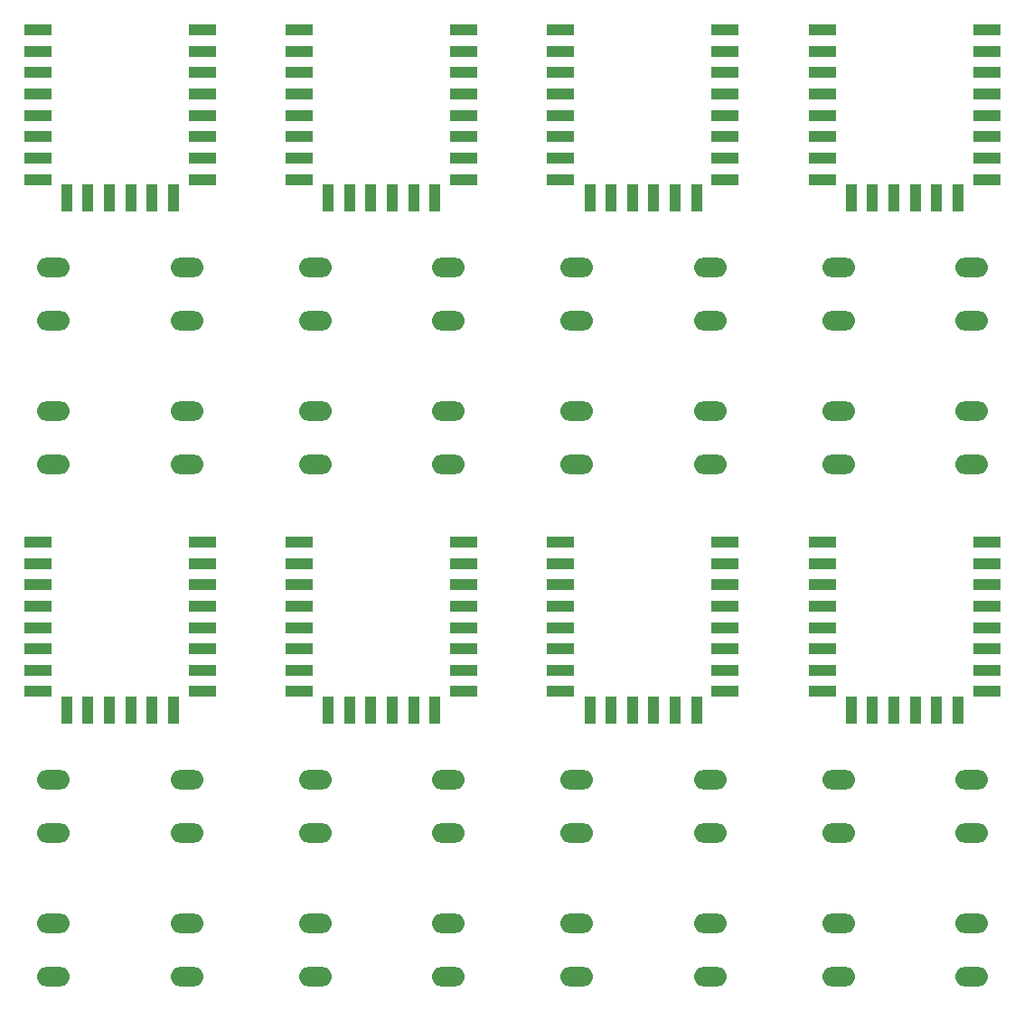
<source format=gbp>
G04 #@! TF.GenerationSoftware,KiCad,Pcbnew,7.0.7*
G04 #@! TF.CreationDate,2024-02-29T14:06:03-05:00*
G04 #@! TF.ProjectId,panelized,70616e65-6c69-47a6-9564-2e6b69636164,rev?*
G04 #@! TF.SameCoordinates,Original*
G04 #@! TF.FileFunction,Paste,Bot*
G04 #@! TF.FilePolarity,Positive*
%FSLAX46Y46*%
G04 Gerber Fmt 4.6, Leading zero omitted, Abs format (unit mm)*
G04 Created by KiCad (PCBNEW 7.0.7) date 2024-02-29 14:06:03*
%MOMM*%
%LPD*%
G01*
G04 APERTURE LIST*
%ADD10O,3.048000X1.850000*%
%ADD11R,2.500000X1.100000*%
%ADD12R,1.100000X2.500000*%
G04 APERTURE END LIST*
D10*
X130200000Y-111900000D03*
X142700000Y-111900000D03*
X130200000Y-106900000D03*
X142700000Y-106900000D03*
X105700000Y-111900000D03*
X118200000Y-111900000D03*
X105700000Y-106900000D03*
X118200000Y-106900000D03*
D11*
X119600000Y-71150000D03*
X119600000Y-73150000D03*
X119600000Y-75150000D03*
X119600000Y-77150000D03*
X119600000Y-79150000D03*
X119600000Y-81150000D03*
X119600000Y-83150000D03*
X119600000Y-85150000D03*
X104200000Y-85150000D03*
X104200000Y-83150000D03*
X104200000Y-81150000D03*
X104200000Y-79150000D03*
X104200000Y-77150000D03*
X104200000Y-75150000D03*
X104200000Y-73150000D03*
X104200000Y-71150000D03*
D12*
X116910000Y-86850000D03*
X114910000Y-86850000D03*
X112910000Y-86850000D03*
X110910000Y-86850000D03*
X108910000Y-86850000D03*
X106910000Y-86850000D03*
D10*
X105700000Y-63900000D03*
X118200000Y-63900000D03*
X105700000Y-58900000D03*
X118200000Y-58900000D03*
D11*
X119600000Y-23150000D03*
X119600000Y-25150000D03*
X119600000Y-27150000D03*
X119600000Y-29150000D03*
X119600000Y-31150000D03*
X119600000Y-33150000D03*
X119600000Y-35150000D03*
X119600000Y-37150000D03*
X104200000Y-37150000D03*
X104200000Y-35150000D03*
X104200000Y-33150000D03*
X104200000Y-31150000D03*
X104200000Y-29150000D03*
X104200000Y-27150000D03*
X104200000Y-25150000D03*
X104200000Y-23150000D03*
D12*
X116910000Y-38850000D03*
X114910000Y-38850000D03*
X112910000Y-38850000D03*
X110910000Y-38850000D03*
X108910000Y-38850000D03*
X106910000Y-38850000D03*
D11*
X168600000Y-23150000D03*
X168600000Y-25150000D03*
X168600000Y-27150000D03*
X168600000Y-29150000D03*
X168600000Y-31150000D03*
X168600000Y-33150000D03*
X168600000Y-35150000D03*
X168600000Y-37150000D03*
X153200000Y-37150000D03*
X153200000Y-35150000D03*
X153200000Y-33150000D03*
X153200000Y-31150000D03*
X153200000Y-29150000D03*
X153200000Y-27150000D03*
X153200000Y-25150000D03*
X153200000Y-23150000D03*
D12*
X165910000Y-38850000D03*
X163910000Y-38850000D03*
X161910000Y-38850000D03*
X159910000Y-38850000D03*
X157910000Y-38850000D03*
X155910000Y-38850000D03*
D10*
X154700000Y-50400000D03*
X167200000Y-50400000D03*
X154700000Y-45400000D03*
X167200000Y-45400000D03*
X179200000Y-98400000D03*
X191700000Y-98400000D03*
X179200000Y-93400000D03*
X191700000Y-93400000D03*
D11*
X193100000Y-23150000D03*
X193100000Y-25150000D03*
X193100000Y-27150000D03*
X193100000Y-29150000D03*
X193100000Y-31150000D03*
X193100000Y-33150000D03*
X193100000Y-35150000D03*
X193100000Y-37150000D03*
X177700000Y-37150000D03*
X177700000Y-35150000D03*
X177700000Y-33150000D03*
X177700000Y-31150000D03*
X177700000Y-29150000D03*
X177700000Y-27150000D03*
X177700000Y-25150000D03*
X177700000Y-23150000D03*
D12*
X190410000Y-38850000D03*
X188410000Y-38850000D03*
X186410000Y-38850000D03*
X184410000Y-38850000D03*
X182410000Y-38850000D03*
X180410000Y-38850000D03*
D10*
X130200000Y-63900000D03*
X142700000Y-63900000D03*
X130200000Y-58900000D03*
X142700000Y-58900000D03*
X105700000Y-50400000D03*
X118200000Y-50400000D03*
X105700000Y-45400000D03*
X118200000Y-45400000D03*
X130200000Y-50400000D03*
X142700000Y-50400000D03*
X130200000Y-45400000D03*
X142700000Y-45400000D03*
X179200000Y-50400000D03*
X191700000Y-50400000D03*
X179200000Y-45400000D03*
X191700000Y-45400000D03*
X154700000Y-111900000D03*
X167200000Y-111900000D03*
X154700000Y-106900000D03*
X167200000Y-106900000D03*
X154700000Y-98400000D03*
X167200000Y-98400000D03*
X154700000Y-93400000D03*
X167200000Y-93400000D03*
X154700000Y-63900000D03*
X167200000Y-63900000D03*
X154700000Y-58900000D03*
X167200000Y-58900000D03*
X179200000Y-111900000D03*
X191700000Y-111900000D03*
X179200000Y-106900000D03*
X191700000Y-106900000D03*
X105700000Y-98400000D03*
X118200000Y-98400000D03*
X105700000Y-93400000D03*
X118200000Y-93400000D03*
X130200000Y-98400000D03*
X142700000Y-98400000D03*
X130200000Y-93400000D03*
X142700000Y-93400000D03*
D11*
X144100000Y-23150000D03*
X144100000Y-25150000D03*
X144100000Y-27150000D03*
X144100000Y-29150000D03*
X144100000Y-31150000D03*
X144100000Y-33150000D03*
X144100000Y-35150000D03*
X144100000Y-37150000D03*
X128700000Y-37150000D03*
X128700000Y-35150000D03*
X128700000Y-33150000D03*
X128700000Y-31150000D03*
X128700000Y-29150000D03*
X128700000Y-27150000D03*
X128700000Y-25150000D03*
X128700000Y-23150000D03*
D12*
X141410000Y-38850000D03*
X139410000Y-38850000D03*
X137410000Y-38850000D03*
X135410000Y-38850000D03*
X133410000Y-38850000D03*
X131410000Y-38850000D03*
D10*
X179200000Y-63900000D03*
X191700000Y-63900000D03*
X179200000Y-58900000D03*
X191700000Y-58900000D03*
D11*
X193100000Y-71150000D03*
X193100000Y-73150000D03*
X193100000Y-75150000D03*
X193100000Y-77150000D03*
X193100000Y-79150000D03*
X193100000Y-81150000D03*
X193100000Y-83150000D03*
X193100000Y-85150000D03*
X177700000Y-85150000D03*
X177700000Y-83150000D03*
X177700000Y-81150000D03*
X177700000Y-79150000D03*
X177700000Y-77150000D03*
X177700000Y-75150000D03*
X177700000Y-73150000D03*
X177700000Y-71150000D03*
D12*
X190410000Y-86850000D03*
X188410000Y-86850000D03*
X186410000Y-86850000D03*
X184410000Y-86850000D03*
X182410000Y-86850000D03*
X180410000Y-86850000D03*
D11*
X168600000Y-71150000D03*
X168600000Y-73150000D03*
X168600000Y-75150000D03*
X168600000Y-77150000D03*
X168600000Y-79150000D03*
X168600000Y-81150000D03*
X168600000Y-83150000D03*
X168600000Y-85150000D03*
X153200000Y-85150000D03*
X153200000Y-83150000D03*
X153200000Y-81150000D03*
X153200000Y-79150000D03*
X153200000Y-77150000D03*
X153200000Y-75150000D03*
X153200000Y-73150000D03*
X153200000Y-71150000D03*
D12*
X165910000Y-86850000D03*
X163910000Y-86850000D03*
X161910000Y-86850000D03*
X159910000Y-86850000D03*
X157910000Y-86850000D03*
X155910000Y-86850000D03*
D11*
X144100000Y-71150000D03*
X144100000Y-73150000D03*
X144100000Y-75150000D03*
X144100000Y-77150000D03*
X144100000Y-79150000D03*
X144100000Y-81150000D03*
X144100000Y-83150000D03*
X144100000Y-85150000D03*
X128700000Y-85150000D03*
X128700000Y-83150000D03*
X128700000Y-81150000D03*
X128700000Y-79150000D03*
X128700000Y-77150000D03*
X128700000Y-75150000D03*
X128700000Y-73150000D03*
X128700000Y-71150000D03*
D12*
X141410000Y-86850000D03*
X139410000Y-86850000D03*
X137410000Y-86850000D03*
X135410000Y-86850000D03*
X133410000Y-86850000D03*
X131410000Y-86850000D03*
M02*

</source>
